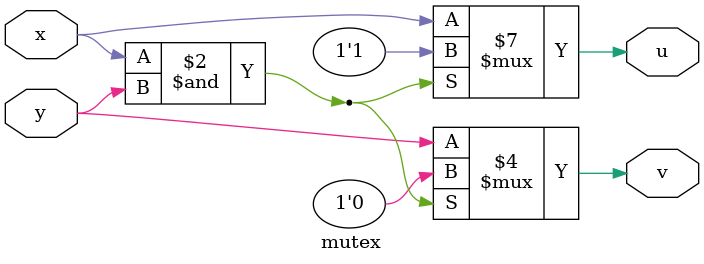
<source format=sv>
module mutex (
    input  logic  x, // Correlates to output u 
    input  logic  y, // Correlates to output y  

    output logic  u, // Correlates to input x 
    output logic  v  // Correlates to input y  
);

// == Behaviour description =====================================================
always @* begin
    if( x & y ) begin
        u <= 1;
        v <= 0; 
    end
    else begin
        u <= x;
        v <= y;
    end
end

endmodule

</source>
